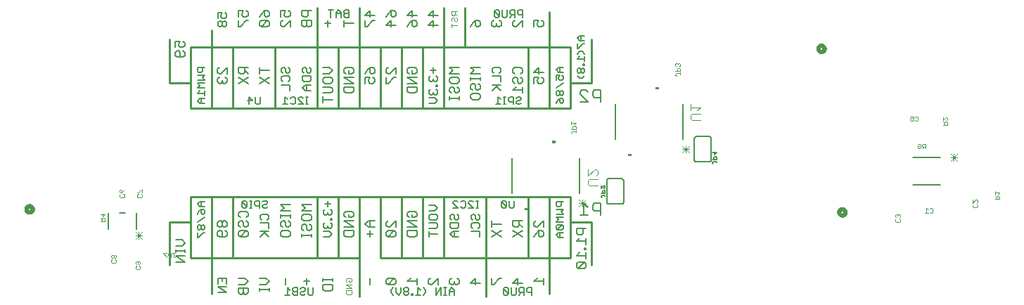
<source format=gbr>
G04 EAGLE Gerber RS-274X export*
G75*
%MOMM*%
%FSLAX34Y34*%
%LPD*%
%INSilkscreen Bottom*%
%IPPOS*%
%AMOC8*
5,1,8,0,0,1.08239X$1,22.5*%
G01*
%ADD10C,0.254000*%
%ADD11C,0.127000*%
%ADD12C,0.101600*%
%ADD13C,0.152400*%
%ADD14C,0.203200*%
%ADD15C,0.508000*%
%ADD16C,0.076200*%
%ADD17C,0.050800*%

G36*
X774927Y254891D02*
X774927Y254891D01*
X774929Y254890D01*
X774972Y254910D01*
X775016Y254928D01*
X775016Y254930D01*
X775018Y254931D01*
X775051Y255016D01*
X775051Y257556D01*
X775050Y257558D01*
X775051Y257560D01*
X775031Y257603D01*
X775013Y257647D01*
X775011Y257647D01*
X775010Y257649D01*
X774925Y257682D01*
X771115Y257682D01*
X771113Y257681D01*
X771111Y257682D01*
X771068Y257662D01*
X771024Y257644D01*
X771024Y257642D01*
X771022Y257641D01*
X770989Y257556D01*
X770989Y255016D01*
X770990Y255014D01*
X770989Y255012D01*
X771009Y254969D01*
X771027Y254925D01*
X771029Y254925D01*
X771030Y254923D01*
X771115Y254890D01*
X774925Y254890D01*
X774927Y254891D01*
G37*
G36*
X650467Y190121D02*
X650467Y190121D01*
X650469Y190120D01*
X650512Y190140D01*
X650556Y190158D01*
X650556Y190160D01*
X650558Y190161D01*
X650591Y190246D01*
X650591Y192786D01*
X650590Y192788D01*
X650591Y192790D01*
X650571Y192833D01*
X650553Y192877D01*
X650551Y192877D01*
X650550Y192879D01*
X650465Y192912D01*
X646655Y192912D01*
X646653Y192911D01*
X646651Y192912D01*
X646608Y192892D01*
X646564Y192874D01*
X646564Y192872D01*
X646562Y192871D01*
X646529Y192786D01*
X646529Y190246D01*
X646530Y190244D01*
X646529Y190242D01*
X646549Y190199D01*
X646567Y190155D01*
X646569Y190155D01*
X646570Y190153D01*
X646655Y190120D01*
X650465Y190120D01*
X650467Y190121D01*
G37*
G36*
X742427Y174119D02*
X742427Y174119D01*
X742429Y174118D01*
X742472Y174138D01*
X742516Y174156D01*
X742516Y174158D01*
X742518Y174159D01*
X742551Y174244D01*
X742551Y176784D01*
X742550Y176786D01*
X742551Y176788D01*
X742531Y176831D01*
X742513Y176875D01*
X742511Y176875D01*
X742510Y176877D01*
X742425Y176910D01*
X738615Y176910D01*
X738613Y176909D01*
X738611Y176910D01*
X738568Y176890D01*
X738524Y176872D01*
X738524Y176870D01*
X738522Y176869D01*
X738489Y176784D01*
X738489Y174244D01*
X738490Y174242D01*
X738489Y174240D01*
X738509Y174197D01*
X738527Y174153D01*
X738529Y174153D01*
X738530Y174151D01*
X738615Y174118D01*
X742425Y174118D01*
X742427Y174119D01*
G37*
G36*
X617967Y109349D02*
X617967Y109349D01*
X617969Y109348D01*
X618012Y109368D01*
X618056Y109386D01*
X618056Y109388D01*
X618058Y109389D01*
X618091Y109474D01*
X618091Y112014D01*
X618090Y112016D01*
X618091Y112018D01*
X618071Y112061D01*
X618053Y112105D01*
X618051Y112105D01*
X618050Y112107D01*
X617965Y112140D01*
X614155Y112140D01*
X614153Y112139D01*
X614151Y112140D01*
X614108Y112120D01*
X614064Y112102D01*
X614064Y112100D01*
X614062Y112099D01*
X614029Y112014D01*
X614029Y109474D01*
X614030Y109472D01*
X614029Y109470D01*
X614049Y109427D01*
X614067Y109383D01*
X614069Y109383D01*
X614070Y109381D01*
X614155Y109348D01*
X617965Y109348D01*
X617967Y109349D01*
G37*
D10*
X414782Y51816D02*
X389382Y51816D01*
X363982Y51816D01*
X262382Y51816D01*
X236982Y51816D01*
X440182Y51816D02*
X440182Y125476D01*
X440182Y51816D02*
X465582Y51816D01*
X490982Y51816D01*
X516382Y51816D01*
X567182Y51816D01*
X617982Y51816D01*
X643382Y51816D01*
X414782Y305816D02*
X389382Y305816D01*
X363982Y305816D01*
X313182Y305816D01*
X262382Y305816D01*
X414782Y305816D02*
X440182Y305816D01*
X465582Y305816D01*
X490982Y305816D01*
X516382Y305816D01*
X541782Y305816D01*
X617982Y305816D01*
X643382Y305816D01*
X236982Y51816D02*
X236982Y8890D01*
X414782Y5080D02*
X414782Y51816D01*
X567182Y51816D02*
X567182Y5080D01*
X643382Y8890D02*
X643382Y51816D01*
X617982Y51816D02*
X617982Y125476D01*
X567182Y125476D02*
X567182Y51816D01*
X516382Y51816D02*
X516382Y125476D01*
X414782Y125476D02*
X414782Y51816D01*
X262382Y51816D02*
X262382Y125476D01*
X262382Y232156D02*
X262382Y305816D01*
X313182Y305816D02*
X313182Y232156D01*
X363982Y232156D02*
X363982Y305816D01*
X414782Y305816D02*
X414782Y232156D01*
X363982Y305816D02*
X363982Y352806D01*
X414782Y352806D02*
X414782Y305816D01*
X643382Y305816D02*
X643382Y347726D01*
X541782Y352806D02*
X541782Y305816D01*
X516382Y305816D02*
X516382Y232156D01*
X617982Y232156D02*
X617982Y305816D01*
X465582Y125476D02*
X465582Y51816D01*
X465582Y232156D02*
X465582Y305816D01*
D11*
X528710Y12917D02*
X528710Y6985D01*
X528710Y12917D02*
X525744Y15883D01*
X522778Y12917D01*
X522778Y6985D01*
X522778Y11434D02*
X528710Y11434D01*
X519354Y6985D02*
X516389Y6985D01*
X517871Y6985D02*
X517871Y15883D01*
X516389Y15883D02*
X519354Y15883D01*
X513118Y15883D02*
X513118Y6985D01*
X507186Y6985D02*
X513118Y15883D01*
X507186Y15883D02*
X507186Y6985D01*
X494407Y9951D02*
X491441Y6985D01*
X494407Y9951D02*
X494407Y12917D01*
X491441Y15883D01*
X488170Y12917D02*
X485205Y15883D01*
X485205Y6985D01*
X488170Y6985D02*
X482239Y6985D01*
X478815Y6985D02*
X478815Y8468D01*
X477332Y8468D01*
X477332Y6985D01*
X478815Y6985D01*
X474138Y14400D02*
X472655Y15883D01*
X469689Y15883D01*
X468206Y14400D01*
X468206Y12917D01*
X469689Y11434D01*
X468206Y9951D01*
X468206Y8468D01*
X469689Y6985D01*
X472655Y6985D01*
X474138Y8468D01*
X474138Y9951D01*
X472655Y11434D01*
X474138Y12917D01*
X474138Y14400D01*
X472655Y11434D02*
X469689Y11434D01*
X464782Y9951D02*
X464782Y15883D01*
X464782Y9951D02*
X461817Y6985D01*
X458851Y9951D01*
X458851Y15883D01*
X452461Y9951D02*
X455427Y6985D01*
X452461Y9951D02*
X452461Y12917D01*
X455427Y15883D01*
D12*
X525393Y348969D02*
X532511Y348969D01*
X525393Y348969D02*
X525393Y345410D01*
X526579Y344224D01*
X528952Y344224D01*
X530138Y345410D01*
X530138Y348969D01*
X530138Y346597D02*
X532511Y344224D01*
X525393Y337926D02*
X526579Y336740D01*
X525393Y337926D02*
X525393Y340299D01*
X526579Y341485D01*
X527766Y341485D01*
X528952Y340299D01*
X528952Y337926D01*
X530138Y336740D01*
X531325Y336740D01*
X532511Y337926D01*
X532511Y340299D01*
X531325Y341485D01*
X532511Y331628D02*
X525393Y331628D01*
X525393Y329256D02*
X525393Y334001D01*
D13*
X432943Y96286D02*
X425486Y96286D01*
X421757Y92557D01*
X425486Y88829D01*
X432943Y88829D01*
X427350Y88829D02*
X427350Y96286D01*
X427350Y84592D02*
X427350Y77135D01*
X423622Y80864D02*
X431079Y80864D01*
X458343Y88829D02*
X458343Y96286D01*
X450886Y88829D01*
X449022Y88829D01*
X447157Y90693D01*
X447157Y94422D01*
X449022Y96286D01*
X449022Y84592D02*
X456479Y84592D01*
X449022Y84592D02*
X447157Y82728D01*
X447157Y78999D01*
X449022Y77135D01*
X456479Y77135D01*
X458343Y78999D01*
X458343Y82728D01*
X456479Y84592D01*
X449022Y77135D01*
X472557Y102387D02*
X474422Y100523D01*
X472557Y102387D02*
X472557Y106116D01*
X474422Y107980D01*
X481879Y107980D01*
X483743Y106116D01*
X483743Y102387D01*
X481879Y100523D01*
X478150Y100523D01*
X478150Y104251D01*
X483743Y96286D02*
X472557Y96286D01*
X483743Y88829D01*
X472557Y88829D01*
X472557Y84592D02*
X483743Y84592D01*
X483743Y78999D01*
X481879Y77135D01*
X474422Y77135D01*
X472557Y78999D01*
X472557Y84592D01*
D11*
X498466Y115123D02*
X505245Y115123D01*
X508635Y111734D01*
X505245Y108344D01*
X498466Y108344D01*
X498466Y102904D02*
X498466Y99514D01*
X498466Y102904D02*
X500161Y104599D01*
X506940Y104599D01*
X508635Y102904D01*
X508635Y99514D01*
X506940Y97820D01*
X500161Y97820D01*
X498466Y99514D01*
X498466Y94074D02*
X506940Y94074D01*
X508635Y92379D01*
X508635Y88990D01*
X506940Y87295D01*
X498466Y87295D01*
X498466Y80160D02*
X508635Y80160D01*
X498466Y83550D02*
X498466Y76770D01*
X523866Y99514D02*
X525561Y97820D01*
X523866Y99514D02*
X523866Y102904D01*
X525561Y104599D01*
X527256Y104599D01*
X528951Y102904D01*
X528951Y99514D01*
X530645Y97820D01*
X532340Y97820D01*
X534035Y99514D01*
X534035Y102904D01*
X532340Y104599D01*
X534035Y94074D02*
X523866Y94074D01*
X534035Y94074D02*
X534035Y88990D01*
X532340Y87295D01*
X525561Y87295D01*
X523866Y88990D01*
X523866Y94074D01*
X527256Y83550D02*
X534035Y83550D01*
X527256Y83550D02*
X523866Y80160D01*
X527256Y76770D01*
X534035Y76770D01*
X528951Y76770D02*
X528951Y83550D01*
X549266Y99514D02*
X550961Y97820D01*
X549266Y99514D02*
X549266Y102904D01*
X550961Y104599D01*
X552656Y104599D01*
X554351Y102904D01*
X554351Y99514D01*
X556045Y97820D01*
X557740Y97820D01*
X559435Y99514D01*
X559435Y102904D01*
X557740Y104599D01*
X549266Y88990D02*
X550961Y87295D01*
X549266Y88990D02*
X549266Y92379D01*
X550961Y94074D01*
X557740Y94074D01*
X559435Y92379D01*
X559435Y88990D01*
X557740Y87295D01*
X559435Y83550D02*
X549266Y83550D01*
X559435Y83550D02*
X559435Y76770D01*
D13*
X574157Y92557D02*
X585343Y92557D01*
X574157Y88829D02*
X574157Y96286D01*
X574157Y84592D02*
X585343Y77135D01*
X585343Y84592D02*
X574157Y77135D01*
X599557Y96286D02*
X610743Y96286D01*
X599557Y96286D02*
X599557Y90693D01*
X601422Y88829D01*
X605150Y88829D01*
X607015Y90693D01*
X607015Y96286D01*
X607015Y92557D02*
X610743Y88829D01*
X610743Y77135D02*
X599557Y84592D01*
X599557Y77135D02*
X610743Y84592D01*
X636143Y88829D02*
X636143Y96286D01*
X628686Y88829D01*
X626822Y88829D01*
X624957Y90693D01*
X624957Y94422D01*
X626822Y96286D01*
X626822Y80864D02*
X624957Y77135D01*
X626822Y80864D02*
X630550Y84592D01*
X634279Y84592D01*
X636143Y82728D01*
X636143Y78999D01*
X634279Y77135D01*
X632415Y77135D01*
X630550Y78999D01*
X630550Y84592D01*
X398222Y100523D02*
X396357Y102387D01*
X396357Y106116D01*
X398222Y107980D01*
X405679Y107980D01*
X407543Y106116D01*
X407543Y102387D01*
X405679Y100523D01*
X401950Y100523D01*
X401950Y104251D01*
X407543Y96286D02*
X396357Y96286D01*
X407543Y88829D01*
X396357Y88829D01*
X396357Y84592D02*
X407543Y84592D01*
X407543Y78999D01*
X405679Y77135D01*
X398222Y77135D01*
X396357Y78999D01*
X396357Y84592D01*
D11*
X376551Y113607D02*
X376551Y120386D01*
X379940Y116996D02*
X373161Y116996D01*
X373161Y109861D02*
X371466Y108166D01*
X371466Y104777D01*
X373161Y103082D01*
X374856Y103082D01*
X376551Y104777D01*
X376551Y106472D01*
X376551Y104777D02*
X378245Y103082D01*
X379940Y103082D01*
X381635Y104777D01*
X381635Y108166D01*
X379940Y109861D01*
X379940Y99336D02*
X381635Y99336D01*
X379940Y99336D02*
X379940Y97642D01*
X381635Y97642D01*
X381635Y99336D01*
X373161Y94074D02*
X371466Y92379D01*
X371466Y88990D01*
X373161Y87295D01*
X374856Y87295D01*
X376551Y88990D01*
X376551Y90685D01*
X376551Y88990D02*
X378245Y87295D01*
X379940Y87295D01*
X381635Y88990D01*
X381635Y92379D01*
X379940Y94074D01*
X378245Y83550D02*
X371466Y83550D01*
X378245Y83550D02*
X381635Y80160D01*
X378245Y76770D01*
X371466Y76770D01*
D13*
X356743Y115776D02*
X345557Y115776D01*
X349286Y112047D01*
X345557Y108319D01*
X356743Y108319D01*
X345557Y102218D02*
X345557Y98489D01*
X345557Y102218D02*
X347422Y104082D01*
X354879Y104082D01*
X356743Y102218D01*
X356743Y98489D01*
X354879Y96625D01*
X347422Y96625D01*
X345557Y98489D01*
X345557Y86795D02*
X347422Y84931D01*
X345557Y86795D02*
X345557Y90524D01*
X347422Y92388D01*
X349286Y92388D01*
X351150Y90524D01*
X351150Y86795D01*
X353015Y84931D01*
X354879Y84931D01*
X356743Y86795D01*
X356743Y90524D01*
X354879Y92388D01*
X356743Y80694D02*
X356743Y76966D01*
X356743Y78830D02*
X345557Y78830D01*
X345557Y80694D02*
X345557Y76966D01*
X331343Y115776D02*
X320157Y115776D01*
X323886Y112047D01*
X320157Y108319D01*
X331343Y108319D01*
X331343Y104082D02*
X331343Y100354D01*
X331343Y102218D02*
X320157Y102218D01*
X320157Y104082D02*
X320157Y100354D01*
X320157Y90693D02*
X322022Y88829D01*
X320157Y90693D02*
X320157Y94422D01*
X322022Y96286D01*
X323886Y96286D01*
X325750Y94422D01*
X325750Y90693D01*
X327615Y88829D01*
X329479Y88829D01*
X331343Y90693D01*
X331343Y94422D01*
X329479Y96286D01*
X320157Y82728D02*
X320157Y78999D01*
X320157Y82728D02*
X322022Y84592D01*
X329479Y84592D01*
X331343Y82728D01*
X331343Y78999D01*
X329479Y77135D01*
X322022Y77135D01*
X320157Y78999D01*
D11*
X296961Y97820D02*
X295266Y99514D01*
X295266Y102904D01*
X296961Y104599D01*
X303740Y104599D01*
X305435Y102904D01*
X305435Y99514D01*
X303740Y97820D01*
X305435Y94074D02*
X295266Y94074D01*
X305435Y94074D02*
X305435Y87295D01*
X305435Y83550D02*
X295266Y83550D01*
X302045Y83550D02*
X295266Y76770D01*
X300351Y81855D02*
X305435Y76770D01*
D13*
X271222Y100523D02*
X269357Y102387D01*
X269357Y106116D01*
X271222Y107980D01*
X278679Y107980D01*
X280543Y106116D01*
X280543Y102387D01*
X278679Y100523D01*
X269357Y90693D02*
X271222Y88829D01*
X269357Y90693D02*
X269357Y94422D01*
X271222Y96286D01*
X273086Y96286D01*
X274950Y94422D01*
X274950Y90693D01*
X276815Y88829D01*
X278679Y88829D01*
X280543Y90693D01*
X280543Y94422D01*
X278679Y96286D01*
X278679Y84592D02*
X271222Y84592D01*
X269357Y82728D01*
X269357Y78999D01*
X271222Y77135D01*
X278679Y77135D01*
X280543Y78999D01*
X280543Y82728D01*
X278679Y84592D01*
X271222Y77135D01*
X245822Y96286D02*
X243957Y94422D01*
X243957Y90693D01*
X245822Y88829D01*
X247686Y88829D01*
X249550Y90693D01*
X251415Y88829D01*
X253279Y88829D01*
X255143Y90693D01*
X255143Y94422D01*
X253279Y96286D01*
X251415Y96286D01*
X249550Y94422D01*
X247686Y96286D01*
X245822Y96286D01*
X249550Y94422D02*
X249550Y90693D01*
X253279Y84592D02*
X255143Y82728D01*
X255143Y78999D01*
X253279Y77135D01*
X245822Y77135D01*
X243957Y78999D01*
X243957Y82728D01*
X245822Y84592D01*
X247686Y84592D01*
X249550Y82728D01*
X249550Y77135D01*
D11*
X228600Y119801D02*
X222668Y119801D01*
X219702Y116835D01*
X222668Y113869D01*
X228600Y113869D01*
X224151Y113869D02*
X224151Y119801D01*
X221185Y107480D02*
X219702Y104514D01*
X221185Y107480D02*
X224151Y110446D01*
X227117Y110446D01*
X228600Y108963D01*
X228600Y105997D01*
X227117Y104514D01*
X225634Y104514D01*
X224151Y105997D01*
X224151Y110446D01*
X228600Y101091D02*
X219702Y95159D01*
X221185Y91735D02*
X219702Y90253D01*
X219702Y87287D01*
X221185Y85804D01*
X222668Y85804D01*
X224151Y87287D01*
X225634Y85804D01*
X227117Y85804D01*
X228600Y87287D01*
X228600Y90253D01*
X227117Y91735D01*
X225634Y91735D01*
X224151Y90253D01*
X222668Y91735D01*
X221185Y91735D01*
X224151Y90253D02*
X224151Y87287D01*
X219702Y82380D02*
X219702Y76449D01*
X221185Y76449D01*
X227117Y82380D01*
X228600Y82380D01*
D13*
X497957Y344058D02*
X509143Y344058D01*
X503550Y349651D02*
X497957Y344058D01*
X503550Y342194D02*
X503550Y349651D01*
X509143Y332364D02*
X497957Y332364D01*
X503550Y337957D01*
X503550Y330500D01*
X483743Y344058D02*
X472557Y344058D01*
X478150Y349651D01*
X478150Y342194D01*
X474422Y334229D02*
X472557Y330500D01*
X474422Y334229D02*
X478150Y337957D01*
X481879Y337957D01*
X483743Y336093D01*
X483743Y332364D01*
X481879Y330500D01*
X480015Y330500D01*
X478150Y332364D01*
X478150Y337957D01*
X449022Y345922D02*
X447157Y342194D01*
X449022Y345922D02*
X452750Y349651D01*
X456479Y349651D01*
X458343Y347787D01*
X458343Y344058D01*
X456479Y342194D01*
X454615Y342194D01*
X452750Y344058D01*
X452750Y349651D01*
X458343Y332364D02*
X447157Y332364D01*
X452750Y337957D01*
X452750Y330500D01*
X432943Y344058D02*
X421757Y344058D01*
X427350Y349651D01*
X427350Y342194D01*
X421757Y337957D02*
X421757Y330500D01*
X423622Y330500D01*
X431079Y337957D01*
X432943Y337957D01*
X407543Y334228D02*
X396357Y334228D01*
X396357Y330500D02*
X396357Y337957D01*
X376550Y337957D02*
X376550Y330500D01*
X372822Y334228D02*
X380279Y334228D01*
X356743Y349651D02*
X345557Y349651D01*
X345557Y344058D01*
X347422Y342194D01*
X351150Y342194D01*
X353015Y344058D01*
X353015Y349651D01*
X356743Y337957D02*
X345557Y337957D01*
X345557Y332364D01*
X347422Y330500D01*
X349286Y330500D01*
X351150Y332364D01*
X353015Y330500D01*
X354879Y330500D01*
X356743Y332364D01*
X356743Y337957D01*
X351150Y337957D02*
X351150Y332364D01*
X320157Y342194D02*
X320157Y349651D01*
X325750Y349651D01*
X323886Y345922D01*
X323886Y344058D01*
X325750Y342194D01*
X329479Y342194D01*
X331343Y344058D01*
X331343Y347787D01*
X329479Y349651D01*
X331343Y337957D02*
X331343Y330500D01*
X331343Y337957D02*
X323886Y330500D01*
X322022Y330500D01*
X320157Y332364D01*
X320157Y336093D01*
X322022Y337957D01*
X296622Y345922D02*
X294757Y342194D01*
X296622Y345922D02*
X300350Y349651D01*
X304079Y349651D01*
X305943Y347787D01*
X305943Y344058D01*
X304079Y342194D01*
X302215Y342194D01*
X300350Y344058D01*
X300350Y349651D01*
X296622Y337957D02*
X304079Y337957D01*
X296622Y337957D02*
X294757Y336093D01*
X294757Y332364D01*
X296622Y330500D01*
X304079Y330500D01*
X305943Y332364D01*
X305943Y336093D01*
X304079Y337957D01*
X296622Y330500D01*
X269357Y342194D02*
X269357Y349651D01*
X274950Y349651D01*
X273086Y345922D01*
X273086Y344058D01*
X274950Y342194D01*
X278679Y342194D01*
X280543Y344058D01*
X280543Y347787D01*
X278679Y349651D01*
X269357Y337957D02*
X269357Y330500D01*
X271222Y330500D01*
X278679Y337957D01*
X280543Y337957D01*
D11*
X244466Y340660D02*
X244466Y347439D01*
X249551Y347439D01*
X247856Y344050D01*
X247856Y342355D01*
X249551Y340660D01*
X252940Y340660D01*
X254635Y342355D01*
X254635Y345744D01*
X252940Y347439D01*
X246161Y336915D02*
X244466Y335220D01*
X244466Y331830D01*
X246161Y330135D01*
X247856Y330135D01*
X249551Y331830D01*
X251245Y330135D01*
X252940Y330135D01*
X254635Y331830D01*
X254635Y335220D01*
X252940Y336915D01*
X251245Y336915D01*
X249551Y335220D01*
X247856Y336915D01*
X246161Y336915D01*
X249551Y335220D02*
X249551Y331830D01*
D13*
X193157Y312928D02*
X193157Y305471D01*
X193157Y312928D02*
X198750Y312928D01*
X196886Y309200D01*
X196886Y307335D01*
X198750Y305471D01*
X202479Y305471D01*
X204343Y307335D01*
X204343Y311064D01*
X202479Y312928D01*
X202479Y301234D02*
X204343Y299370D01*
X204343Y295641D01*
X202479Y293777D01*
X195022Y293777D01*
X193157Y295641D01*
X193157Y299370D01*
X195022Y301234D01*
X196886Y301234D01*
X198750Y299370D01*
X198750Y293777D01*
X548757Y330500D02*
X550622Y334228D01*
X554350Y337957D01*
X558079Y337957D01*
X559943Y336093D01*
X559943Y332364D01*
X558079Y330500D01*
X556215Y330500D01*
X554350Y332364D01*
X554350Y337957D01*
X574157Y336093D02*
X576022Y337957D01*
X574157Y336093D02*
X574157Y332364D01*
X576022Y330500D01*
X577886Y330500D01*
X579750Y332364D01*
X579750Y334228D01*
X579750Y332364D02*
X581615Y330500D01*
X583479Y330500D01*
X585343Y332364D01*
X585343Y336093D01*
X583479Y337957D01*
X610743Y337957D02*
X610743Y330500D01*
X610743Y337957D02*
X603286Y330500D01*
X601422Y330500D01*
X599557Y332364D01*
X599557Y336093D01*
X601422Y337957D01*
X624957Y337957D02*
X624957Y330500D01*
X624957Y337957D02*
X630550Y337957D01*
X628686Y334228D01*
X628686Y332364D01*
X630550Y330500D01*
X634279Y330500D01*
X636143Y332364D01*
X636143Y336093D01*
X634279Y337957D01*
D11*
X679868Y319405D02*
X685800Y319405D01*
X679868Y319405D02*
X676902Y316439D01*
X679868Y313473D01*
X685800Y313473D01*
X681351Y313473D02*
X681351Y319405D01*
X676902Y310050D02*
X676902Y304118D01*
X678385Y304118D01*
X684317Y310050D01*
X685800Y310050D01*
X682834Y300695D02*
X685800Y297729D01*
X682834Y300695D02*
X679868Y300695D01*
X676902Y297729D01*
X679868Y294458D02*
X676902Y291492D01*
X685800Y291492D01*
X685800Y294458D02*
X685800Y288526D01*
X685800Y285103D02*
X684317Y285103D01*
X684317Y283620D01*
X685800Y283620D01*
X685800Y285103D01*
X678385Y280425D02*
X676902Y278942D01*
X676902Y275976D01*
X678385Y274493D01*
X679868Y274493D01*
X681351Y275976D01*
X682834Y274493D01*
X684317Y274493D01*
X685800Y275976D01*
X685800Y278942D01*
X684317Y280425D01*
X682834Y280425D01*
X681351Y278942D01*
X679868Y280425D01*
X678385Y280425D01*
X681351Y278942D02*
X681351Y275976D01*
X685800Y271070D02*
X682834Y268104D01*
X679868Y268104D01*
X676902Y271070D01*
D10*
X668782Y305816D02*
X643382Y305816D01*
D11*
X228600Y281305D02*
X219702Y281305D01*
X219702Y276856D01*
X221185Y275373D01*
X224151Y275373D01*
X225634Y276856D01*
X225634Y281305D01*
X228600Y271950D02*
X219702Y271950D01*
X225634Y268984D02*
X228600Y271950D01*
X225634Y268984D02*
X228600Y266018D01*
X219702Y266018D01*
X219702Y262595D02*
X228600Y262595D01*
X222668Y259629D02*
X219702Y262595D01*
X222668Y259629D02*
X219702Y256663D01*
X228600Y256663D01*
X222668Y253239D02*
X219702Y250274D01*
X228600Y250274D01*
X228600Y253239D02*
X228600Y247308D01*
X228600Y243884D02*
X222668Y243884D01*
X219702Y240918D01*
X222668Y237953D01*
X228600Y237953D01*
X224151Y237953D02*
X224151Y243884D01*
D13*
X255143Y273721D02*
X255143Y281178D01*
X247686Y273721D01*
X245822Y273721D01*
X243957Y275585D01*
X243957Y279314D01*
X245822Y281178D01*
X245822Y269484D02*
X243957Y267620D01*
X243957Y263891D01*
X245822Y262027D01*
X247686Y262027D01*
X249550Y263891D01*
X249550Y265756D01*
X249550Y263891D02*
X251415Y262027D01*
X253279Y262027D01*
X255143Y263891D01*
X255143Y267620D01*
X253279Y269484D01*
X269357Y281178D02*
X280543Y281178D01*
X269357Y281178D02*
X269357Y275585D01*
X271222Y273721D01*
X274950Y273721D01*
X276815Y275585D01*
X276815Y281178D01*
X276815Y277450D02*
X280543Y273721D01*
X280543Y262027D02*
X269357Y269484D01*
X269357Y262027D02*
X280543Y269484D01*
X294757Y277450D02*
X305943Y277450D01*
X294757Y281178D02*
X294757Y273721D01*
X294757Y269484D02*
X305943Y262027D01*
X305943Y269484D02*
X294757Y262027D01*
D11*
X320666Y276221D02*
X322361Y274526D01*
X320666Y276221D02*
X320666Y279610D01*
X322361Y281305D01*
X324056Y281305D01*
X325751Y279610D01*
X325751Y276221D01*
X327445Y274526D01*
X329140Y274526D01*
X330835Y276221D01*
X330835Y279610D01*
X329140Y281305D01*
X320666Y265696D02*
X322361Y264001D01*
X320666Y265696D02*
X320666Y269086D01*
X322361Y270780D01*
X329140Y270780D01*
X330835Y269086D01*
X330835Y265696D01*
X329140Y264001D01*
X330835Y260256D02*
X320666Y260256D01*
X330835Y260256D02*
X330835Y253477D01*
X347761Y274526D02*
X346066Y276221D01*
X346066Y279610D01*
X347761Y281305D01*
X349456Y281305D01*
X351151Y279610D01*
X351151Y276221D01*
X352845Y274526D01*
X354540Y274526D01*
X356235Y276221D01*
X356235Y279610D01*
X354540Y281305D01*
X356235Y270780D02*
X346066Y270780D01*
X356235Y270780D02*
X356235Y265696D01*
X354540Y264001D01*
X347761Y264001D01*
X346066Y265696D01*
X346066Y270780D01*
X349456Y260256D02*
X356235Y260256D01*
X349456Y260256D02*
X346066Y256866D01*
X349456Y253477D01*
X356235Y253477D01*
X351151Y253477D02*
X351151Y260256D01*
D13*
X370957Y281178D02*
X378415Y281178D01*
X382143Y277450D01*
X378415Y273721D01*
X370957Y273721D01*
X370957Y267620D02*
X370957Y263891D01*
X370957Y267620D02*
X372822Y269484D01*
X380279Y269484D01*
X382143Y267620D01*
X382143Y263891D01*
X380279Y262027D01*
X372822Y262027D01*
X370957Y263891D01*
X370957Y257790D02*
X380279Y257790D01*
X382143Y255926D01*
X382143Y252197D01*
X380279Y250333D01*
X370957Y250333D01*
X370957Y242368D02*
X382143Y242368D01*
X370957Y246096D02*
X370957Y238639D01*
X398222Y273721D02*
X396357Y275585D01*
X396357Y279314D01*
X398222Y281178D01*
X405679Y281178D01*
X407543Y279314D01*
X407543Y275585D01*
X405679Y273721D01*
X401950Y273721D01*
X401950Y277450D01*
X407543Y269484D02*
X396357Y269484D01*
X407543Y262027D01*
X396357Y262027D01*
X396357Y257790D02*
X407543Y257790D01*
X407543Y252197D01*
X405679Y250333D01*
X398222Y250333D01*
X396357Y252197D01*
X396357Y257790D01*
X421757Y273721D02*
X423622Y277450D01*
X427350Y281178D01*
X431079Y281178D01*
X432943Y279314D01*
X432943Y275585D01*
X431079Y273721D01*
X429215Y273721D01*
X427350Y275585D01*
X427350Y281178D01*
X421757Y269484D02*
X421757Y262027D01*
X421757Y269484D02*
X427350Y269484D01*
X425486Y265756D01*
X425486Y263891D01*
X427350Y262027D01*
X431079Y262027D01*
X432943Y263891D01*
X432943Y267620D01*
X431079Y269484D01*
X458343Y273721D02*
X458343Y281178D01*
X450886Y273721D01*
X449022Y273721D01*
X447157Y275585D01*
X447157Y279314D01*
X449022Y281178D01*
X447157Y269484D02*
X447157Y262027D01*
X449022Y262027D01*
X456479Y269484D01*
X458343Y269484D01*
X472557Y275585D02*
X474422Y273721D01*
X472557Y275585D02*
X472557Y279314D01*
X474422Y281178D01*
X481879Y281178D01*
X483743Y279314D01*
X483743Y275585D01*
X481879Y273721D01*
X478150Y273721D01*
X478150Y277450D01*
X483743Y269484D02*
X472557Y269484D01*
X483743Y262027D01*
X472557Y262027D01*
X472557Y257790D02*
X483743Y257790D01*
X483743Y252197D01*
X481879Y250333D01*
X474422Y250333D01*
X472557Y252197D01*
X472557Y257790D01*
D11*
X503551Y274526D02*
X503551Y281305D01*
X506940Y277915D02*
X500161Y277915D01*
X500161Y270780D02*
X498466Y269086D01*
X498466Y265696D01*
X500161Y264001D01*
X501856Y264001D01*
X503551Y265696D01*
X503551Y267391D01*
X503551Y265696D02*
X505245Y264001D01*
X506940Y264001D01*
X508635Y265696D01*
X508635Y269086D01*
X506940Y270780D01*
X506940Y260256D02*
X508635Y260256D01*
X506940Y260256D02*
X506940Y258561D01*
X508635Y258561D01*
X508635Y260256D01*
X500161Y254994D02*
X498466Y253299D01*
X498466Y249909D01*
X500161Y248214D01*
X501856Y248214D01*
X503551Y249909D01*
X503551Y251604D01*
X503551Y249909D02*
X505245Y248214D01*
X506940Y248214D01*
X508635Y249909D01*
X508635Y253299D01*
X506940Y254994D01*
X505245Y244469D02*
X498466Y244469D01*
X505245Y244469D02*
X508635Y241079D01*
X505245Y237690D01*
X498466Y237690D01*
D13*
X523357Y281178D02*
X534543Y281178D01*
X527086Y277450D02*
X523357Y281178D01*
X527086Y277450D02*
X523357Y273721D01*
X534543Y273721D01*
X523357Y267620D02*
X523357Y263891D01*
X523357Y267620D02*
X525222Y269484D01*
X532679Y269484D01*
X534543Y267620D01*
X534543Y263891D01*
X532679Y262027D01*
X525222Y262027D01*
X523357Y263891D01*
X523357Y252197D02*
X525222Y250333D01*
X523357Y252197D02*
X523357Y255926D01*
X525222Y257790D01*
X527086Y257790D01*
X528950Y255926D01*
X528950Y252197D01*
X530815Y250333D01*
X532679Y250333D01*
X534543Y252197D01*
X534543Y255926D01*
X532679Y257790D01*
X534543Y246096D02*
X534543Y242368D01*
X534543Y244232D02*
X523357Y244232D01*
X523357Y246096D02*
X523357Y242368D01*
X548757Y281178D02*
X559943Y281178D01*
X552486Y277450D02*
X548757Y281178D01*
X552486Y277450D02*
X548757Y273721D01*
X559943Y273721D01*
X559943Y269484D02*
X559943Y265756D01*
X559943Y267620D02*
X548757Y267620D01*
X548757Y269484D02*
X548757Y265756D01*
X548757Y256095D02*
X550622Y254231D01*
X548757Y256095D02*
X548757Y259824D01*
X550622Y261688D01*
X552486Y261688D01*
X554350Y259824D01*
X554350Y256095D01*
X556215Y254231D01*
X558079Y254231D01*
X559943Y256095D01*
X559943Y259824D01*
X558079Y261688D01*
X548757Y248130D02*
X548757Y244401D01*
X548757Y248130D02*
X550622Y249994D01*
X558079Y249994D01*
X559943Y248130D01*
X559943Y244401D01*
X558079Y242537D01*
X550622Y242537D01*
X548757Y244401D01*
D11*
X576361Y274526D02*
X574666Y276221D01*
X574666Y279610D01*
X576361Y281305D01*
X583140Y281305D01*
X584835Y279610D01*
X584835Y276221D01*
X583140Y274526D01*
X584835Y270780D02*
X574666Y270780D01*
X584835Y270780D02*
X584835Y264001D01*
X584835Y260256D02*
X574666Y260256D01*
X581445Y260256D02*
X574666Y253477D01*
X579751Y258561D02*
X584835Y253477D01*
D13*
X601422Y273721D02*
X599557Y275585D01*
X599557Y279314D01*
X601422Y281178D01*
X608879Y281178D01*
X610743Y279314D01*
X610743Y275585D01*
X608879Y273721D01*
X599557Y263891D02*
X601422Y262027D01*
X599557Y263891D02*
X599557Y267620D01*
X601422Y269484D01*
X603286Y269484D01*
X605150Y267620D01*
X605150Y263891D01*
X607015Y262027D01*
X608879Y262027D01*
X610743Y263891D01*
X610743Y267620D01*
X608879Y269484D01*
X603286Y257790D02*
X599557Y254062D01*
X610743Y254062D01*
X610743Y257790D02*
X610743Y250333D01*
X624957Y275585D02*
X636143Y275585D01*
X630550Y281178D02*
X624957Y275585D01*
X630550Y273721D02*
X630550Y281178D01*
X624957Y269484D02*
X624957Y262027D01*
X624957Y269484D02*
X630550Y269484D01*
X628686Y265756D01*
X628686Y263891D01*
X630550Y262027D01*
X634279Y262027D01*
X636143Y263891D01*
X636143Y267620D01*
X634279Y269484D01*
D11*
X654468Y281305D02*
X660400Y281305D01*
X654468Y281305D02*
X651502Y278339D01*
X654468Y275373D01*
X660400Y275373D01*
X655951Y275373D02*
X655951Y281305D01*
X651502Y271950D02*
X651502Y266018D01*
X651502Y271950D02*
X655951Y271950D01*
X654468Y268984D01*
X654468Y267501D01*
X655951Y266018D01*
X658917Y266018D01*
X660400Y267501D01*
X660400Y270467D01*
X658917Y271950D01*
X660400Y262595D02*
X651502Y256663D01*
X652985Y253239D02*
X651502Y251757D01*
X651502Y248791D01*
X652985Y247308D01*
X654468Y247308D01*
X655951Y248791D01*
X657434Y247308D01*
X658917Y247308D01*
X660400Y248791D01*
X660400Y251757D01*
X658917Y253239D01*
X657434Y253239D01*
X655951Y251757D01*
X654468Y253239D01*
X652985Y253239D01*
X655951Y251757D02*
X655951Y248791D01*
X652985Y240918D02*
X651502Y237953D01*
X652985Y240918D02*
X655951Y243884D01*
X658917Y243884D01*
X660400Y242401D01*
X660400Y239435D01*
X658917Y237953D01*
X657434Y237953D01*
X655951Y239435D01*
X655951Y243884D01*
X244466Y27305D02*
X244466Y20526D01*
X244466Y27305D02*
X254635Y27305D01*
X254635Y20526D01*
X249551Y23915D02*
X249551Y27305D01*
X254635Y16780D02*
X244466Y16780D01*
X254635Y10001D01*
X244466Y10001D01*
D13*
X269357Y27178D02*
X276815Y27178D01*
X280543Y23450D01*
X276815Y19721D01*
X269357Y19721D01*
X269357Y15484D02*
X280543Y15484D01*
X269357Y15484D02*
X269357Y9891D01*
X271222Y8027D01*
X273086Y8027D01*
X274950Y9891D01*
X276815Y8027D01*
X278679Y8027D01*
X280543Y9891D01*
X280543Y15484D01*
X274950Y15484D02*
X274950Y9891D01*
X294757Y27178D02*
X302215Y27178D01*
X305943Y23450D01*
X302215Y19721D01*
X294757Y19721D01*
X305943Y15484D02*
X305943Y11756D01*
X305943Y13620D02*
X294757Y13620D01*
X294757Y15484D02*
X294757Y11756D01*
X325750Y19721D02*
X325750Y27178D01*
X351150Y27178D02*
X351150Y19721D01*
X347422Y23450D02*
X354879Y23450D01*
X382143Y23450D02*
X382143Y27178D01*
X382143Y25314D02*
X370957Y25314D01*
X370957Y27178D02*
X370957Y23450D01*
X370957Y19382D02*
X382143Y19382D01*
X382143Y13789D01*
X380279Y11925D01*
X372822Y11925D01*
X370957Y13789D01*
X370957Y19382D01*
D12*
X398393Y23873D02*
X399579Y22687D01*
X398393Y23873D02*
X398393Y26246D01*
X399579Y27432D01*
X404325Y27432D01*
X405511Y26246D01*
X405511Y23873D01*
X404325Y22687D01*
X401952Y22687D01*
X401952Y25059D01*
X405511Y19948D02*
X398393Y19948D01*
X405511Y15202D01*
X398393Y15202D01*
X398393Y12464D02*
X405511Y12464D01*
X405511Y8905D01*
X404325Y7718D01*
X399579Y7718D01*
X398393Y8905D01*
X398393Y12464D01*
D13*
X427350Y19721D02*
X427350Y27178D01*
X449022Y27178D02*
X456479Y27178D01*
X449022Y27178D02*
X447157Y25314D01*
X447157Y21585D01*
X449022Y19721D01*
X456479Y19721D01*
X458343Y21585D01*
X458343Y25314D01*
X456479Y27178D01*
X449022Y19721D01*
X472557Y23450D02*
X476286Y27178D01*
X472557Y23450D02*
X483743Y23450D01*
X483743Y27178D02*
X483743Y19721D01*
X509143Y19721D02*
X509143Y27178D01*
X501686Y19721D01*
X499822Y19721D01*
X497957Y21585D01*
X497957Y25314D01*
X499822Y27178D01*
X523357Y25314D02*
X525222Y27178D01*
X523357Y25314D02*
X523357Y21585D01*
X525222Y19721D01*
X527086Y19721D01*
X528950Y21585D01*
X528950Y23450D01*
X528950Y21585D02*
X530815Y19721D01*
X532679Y19721D01*
X534543Y21585D01*
X534543Y25314D01*
X532679Y27178D01*
X548757Y21585D02*
X559943Y21585D01*
X554350Y27178D02*
X548757Y21585D01*
X554350Y19721D02*
X554350Y27178D01*
X574157Y27178D02*
X574157Y19721D01*
X576022Y19721D01*
X583479Y27178D01*
X585343Y27178D01*
X599557Y21585D02*
X610743Y21585D01*
X605150Y27178D02*
X599557Y21585D01*
X605150Y19721D02*
X605150Y27178D01*
X624957Y23450D02*
X628686Y27178D01*
X624957Y23450D02*
X636143Y23450D01*
X636143Y27178D02*
X636143Y19721D01*
X676392Y87421D02*
X687578Y87421D01*
X676392Y87421D02*
X676392Y81828D01*
X678257Y79964D01*
X681985Y79964D01*
X683850Y81828D01*
X683850Y87421D01*
X680121Y75727D02*
X676392Y71999D01*
X687578Y71999D01*
X687578Y75727D02*
X687578Y68270D01*
X687578Y64033D02*
X685714Y64033D01*
X685714Y62169D01*
X687578Y62169D01*
X687578Y64033D01*
X680121Y58186D02*
X676392Y54458D01*
X687578Y54458D01*
X687578Y58186D02*
X687578Y50729D01*
X685714Y46492D02*
X678257Y46492D01*
X676392Y44628D01*
X676392Y40899D01*
X678257Y39035D01*
X685714Y39035D01*
X687578Y40899D01*
X687578Y44628D01*
X685714Y46492D01*
X678257Y39035D01*
D11*
X660400Y119801D02*
X651502Y119801D01*
X651502Y115352D01*
X652985Y113869D01*
X655951Y113869D01*
X657434Y115352D01*
X657434Y119801D01*
X660400Y110446D02*
X651502Y110446D01*
X657434Y107480D02*
X660400Y110446D01*
X657434Y107480D02*
X660400Y104514D01*
X651502Y104514D01*
X651502Y101091D02*
X660400Y101091D01*
X654468Y98125D02*
X651502Y101091D01*
X654468Y98125D02*
X651502Y95159D01*
X660400Y95159D01*
X658917Y91735D02*
X652985Y91735D01*
X651502Y90253D01*
X651502Y87287D01*
X652985Y85804D01*
X658917Y85804D01*
X660400Y87287D01*
X660400Y90253D01*
X658917Y91735D01*
X652985Y85804D01*
X654468Y82380D02*
X660400Y82380D01*
X654468Y82380D02*
X651502Y79414D01*
X654468Y76449D01*
X660400Y76449D01*
X655951Y76449D02*
X655951Y82380D01*
D13*
X201250Y73602D02*
X193792Y73602D01*
X201250Y73602D02*
X204978Y69873D01*
X201250Y66145D01*
X193792Y66145D01*
X204978Y61908D02*
X204978Y58180D01*
X204978Y60044D02*
X193792Y60044D01*
X193792Y61908D02*
X193792Y58180D01*
X193792Y54112D02*
X204978Y54112D01*
X204978Y46655D02*
X193792Y54112D01*
X193792Y46655D02*
X204978Y46655D01*
D11*
X621960Y15883D02*
X621960Y6985D01*
X621960Y15883D02*
X617512Y15883D01*
X616029Y14400D01*
X616029Y11434D01*
X617512Y9951D01*
X621960Y9951D01*
X612605Y6985D02*
X612605Y15883D01*
X608156Y15883D01*
X606673Y14400D01*
X606673Y11434D01*
X608156Y9951D01*
X612605Y9951D01*
X609639Y9951D02*
X606673Y6985D01*
X603250Y8468D02*
X603250Y15883D01*
X603250Y8468D02*
X601767Y6985D01*
X598801Y6985D01*
X597318Y8468D01*
X597318Y15883D01*
X593895Y14400D02*
X593895Y8468D01*
X593895Y14400D02*
X592412Y15883D01*
X589446Y15883D01*
X587963Y14400D01*
X587963Y8468D01*
X589446Y6985D01*
X592412Y6985D01*
X593895Y8468D01*
X587963Y14400D01*
X611165Y341630D02*
X611165Y350528D01*
X606717Y350528D01*
X605234Y349045D01*
X605234Y346079D01*
X606717Y344596D01*
X611165Y344596D01*
X601810Y341630D02*
X601810Y350528D01*
X597361Y350528D01*
X595878Y349045D01*
X595878Y346079D01*
X597361Y344596D01*
X601810Y344596D01*
X598844Y344596D02*
X595878Y341630D01*
X592455Y343113D02*
X592455Y350528D01*
X592455Y343113D02*
X590972Y341630D01*
X588006Y341630D01*
X586523Y343113D01*
X586523Y350528D01*
X583100Y349045D02*
X583100Y343113D01*
X583100Y349045D02*
X581617Y350528D01*
X578651Y350528D01*
X577168Y349045D01*
X577168Y343113D01*
X578651Y341630D01*
X581617Y341630D01*
X583100Y343113D01*
X577168Y349045D01*
X402018Y350528D02*
X402018Y341630D01*
X402018Y350528D02*
X397569Y350528D01*
X396086Y349045D01*
X396086Y347562D01*
X397569Y346079D01*
X396086Y344596D01*
X396086Y343113D01*
X397569Y341630D01*
X402018Y341630D01*
X402018Y346079D02*
X397569Y346079D01*
X392663Y347562D02*
X392663Y341630D01*
X392663Y347562D02*
X389697Y350528D01*
X386731Y347562D01*
X386731Y341630D01*
X386731Y346079D02*
X392663Y346079D01*
X380342Y341630D02*
X380342Y350528D01*
X383307Y350528D02*
X377376Y350528D01*
D10*
X668782Y305816D02*
X668782Y262636D01*
X668782Y232156D01*
X262382Y305816D02*
X236982Y305816D01*
X211582Y305816D01*
X211582Y51816D02*
X236982Y51816D01*
X211582Y51816D02*
X211582Y94996D01*
X211582Y125476D01*
X236982Y125476D02*
X262382Y125476D01*
X236982Y125476D02*
X211582Y125476D01*
X262382Y125476D02*
X363982Y125476D01*
X363982Y51816D01*
D11*
X298239Y119175D02*
X299722Y120658D01*
X302688Y120658D01*
X304171Y119175D01*
X304171Y117692D01*
X302688Y116209D01*
X299722Y116209D01*
X298239Y114726D01*
X298239Y113243D01*
X299722Y111760D01*
X302688Y111760D01*
X304171Y113243D01*
X294816Y111760D02*
X294816Y120658D01*
X290367Y120658D01*
X288884Y119175D01*
X288884Y116209D01*
X290367Y114726D01*
X294816Y114726D01*
X285461Y111760D02*
X282495Y111760D01*
X283978Y111760D02*
X283978Y120658D01*
X285461Y120658D02*
X282495Y120658D01*
X279224Y119175D02*
X279224Y113243D01*
X279224Y119175D02*
X277741Y120658D01*
X274775Y120658D01*
X273292Y119175D01*
X273292Y113243D01*
X274775Y111760D01*
X277741Y111760D01*
X279224Y113243D01*
X273292Y119175D01*
X359070Y15883D02*
X359070Y8468D01*
X357587Y6985D01*
X354622Y6985D01*
X353139Y8468D01*
X353139Y15883D01*
X345266Y15883D02*
X343783Y14400D01*
X345266Y15883D02*
X348232Y15883D01*
X349715Y14400D01*
X349715Y12917D01*
X348232Y11434D01*
X345266Y11434D01*
X343783Y9951D01*
X343783Y8468D01*
X345266Y6985D01*
X348232Y6985D01*
X349715Y8468D01*
X340360Y6985D02*
X340360Y15883D01*
X335911Y15883D01*
X334428Y14400D01*
X334428Y12917D01*
X335911Y11434D01*
X334428Y9951D01*
X334428Y8468D01*
X335911Y6985D01*
X340360Y6985D01*
X340360Y11434D02*
X335911Y11434D01*
X331005Y12917D02*
X328039Y15883D01*
X328039Y6985D01*
X331005Y6985D02*
X325073Y6985D01*
D10*
X389382Y125476D02*
X414782Y125476D01*
X389382Y125476D02*
X363982Y125476D01*
X414782Y125476D02*
X440182Y125476D01*
X465582Y125476D01*
X490982Y125476D01*
X516382Y125476D01*
X567182Y125476D01*
X617982Y125476D01*
X643382Y125476D01*
X668782Y125476D01*
X668782Y94996D02*
X668782Y51816D01*
X668782Y94996D02*
X668782Y125476D01*
X668782Y51816D02*
X643382Y51816D01*
X643382Y125476D01*
X668782Y94996D02*
X694182Y94996D01*
X694182Y42926D01*
D11*
X558171Y111760D02*
X555205Y111760D01*
X556688Y111760D02*
X556688Y120658D01*
X558171Y120658D02*
X555205Y120658D01*
X551934Y111760D02*
X546003Y111760D01*
X551934Y111760D02*
X546003Y117692D01*
X546003Y119175D01*
X547486Y120658D01*
X550452Y120658D01*
X551934Y119175D01*
X538130Y120658D02*
X536648Y119175D01*
X538130Y120658D02*
X541096Y120658D01*
X542579Y119175D01*
X542579Y113243D01*
X541096Y111760D01*
X538130Y111760D01*
X536648Y113243D01*
X533224Y111760D02*
X527292Y111760D01*
X533224Y111760D02*
X527292Y117692D01*
X527292Y119175D01*
X528775Y120658D01*
X531741Y120658D01*
X533224Y119175D01*
D10*
X211582Y94996D02*
X186182Y94996D01*
X186182Y42926D01*
D11*
X603674Y244270D02*
X605157Y245753D01*
X608123Y245753D01*
X609606Y244270D01*
X609606Y242787D01*
X608123Y241304D01*
X605157Y241304D01*
X603674Y239821D01*
X603674Y238338D01*
X605157Y236855D01*
X608123Y236855D01*
X609606Y238338D01*
X600251Y236855D02*
X600251Y245753D01*
X595802Y245753D01*
X594319Y244270D01*
X594319Y241304D01*
X595802Y239821D01*
X600251Y239821D01*
X590896Y236855D02*
X587930Y236855D01*
X589413Y236855D02*
X589413Y245753D01*
X590896Y245753D02*
X587930Y245753D01*
X584659Y242787D02*
X581693Y245753D01*
X581693Y236855D01*
X584659Y236855D02*
X578727Y236855D01*
D10*
X617982Y232156D02*
X516382Y232156D01*
X617982Y232156D02*
X643382Y232156D01*
X668782Y232156D01*
X490982Y232156D02*
X465582Y232156D01*
X490982Y232156D02*
X516382Y232156D01*
X440182Y232156D02*
X414782Y232156D01*
X440182Y232156D02*
X465582Y232156D01*
X389382Y232156D02*
X363982Y232156D01*
X389382Y232156D02*
X414782Y232156D01*
X363982Y232156D02*
X313182Y232156D01*
X262382Y232156D01*
X236982Y232156D02*
X211582Y232156D01*
X236982Y232156D02*
X262382Y232156D01*
X211582Y262636D02*
X211582Y305816D01*
X211582Y262636D02*
X211582Y232156D01*
X211582Y262636D02*
X186182Y262636D01*
X186182Y314706D01*
X516382Y305816D02*
X516382Y352806D01*
X236982Y125476D02*
X236982Y51816D01*
X643382Y232156D02*
X643382Y305816D01*
X490982Y305816D02*
X490982Y232156D01*
X440182Y232156D02*
X440182Y305816D01*
X389382Y305816D02*
X389382Y232156D01*
X236982Y232156D02*
X236982Y305816D01*
X668782Y262636D02*
X694182Y262636D01*
X694182Y314706D01*
D11*
X353066Y236855D02*
X350100Y236855D01*
X351583Y236855D02*
X351583Y245753D01*
X353066Y245753D02*
X350100Y245753D01*
X346829Y236855D02*
X340898Y236855D01*
X346829Y236855D02*
X340898Y242787D01*
X340898Y244270D01*
X342381Y245753D01*
X345347Y245753D01*
X346829Y244270D01*
X333025Y245753D02*
X331543Y244270D01*
X333025Y245753D02*
X335991Y245753D01*
X337474Y244270D01*
X337474Y238338D01*
X335991Y236855D01*
X333025Y236855D01*
X331543Y238338D01*
X328119Y242787D02*
X325153Y245753D01*
X325153Y236855D01*
X328119Y236855D02*
X322187Y236855D01*
X295740Y238338D02*
X295740Y245753D01*
X295740Y238338D02*
X294257Y236855D01*
X291291Y236855D01*
X289808Y238338D01*
X289808Y245753D01*
X281936Y245753D02*
X281936Y236855D01*
X286385Y241304D02*
X281936Y245753D01*
X280453Y241304D02*
X286385Y241304D01*
D14*
X705066Y117741D02*
X705066Y103251D01*
X705066Y117741D02*
X697821Y117741D01*
X695406Y115326D01*
X695406Y110496D01*
X697821Y108081D01*
X705066Y108081D01*
X689864Y112911D02*
X685034Y117741D01*
X685034Y103251D01*
X689864Y103251D02*
X680204Y103251D01*
X705066Y239776D02*
X705066Y254266D01*
X697821Y254266D01*
X695406Y251851D01*
X695406Y247021D01*
X697821Y244606D01*
X705066Y244606D01*
X689864Y239776D02*
X680204Y239776D01*
X689864Y239776D02*
X680204Y249436D01*
X680204Y251851D01*
X682619Y254266D01*
X687449Y254266D01*
X689864Y251851D01*
D10*
X490982Y125476D02*
X490982Y51816D01*
X389382Y51816D02*
X389382Y125476D01*
D11*
X601175Y120658D02*
X601175Y113243D01*
X599692Y111760D01*
X596726Y111760D01*
X595243Y113243D01*
X595243Y120658D01*
X591820Y119175D02*
X591820Y113243D01*
X591820Y119175D02*
X590337Y120658D01*
X587371Y120658D01*
X585888Y119175D01*
X585888Y113243D01*
X587371Y111760D01*
X590337Y111760D01*
X591820Y113243D01*
X585888Y119175D01*
D10*
X236982Y305816D02*
X236982Y326136D01*
D15*
X992378Y106680D02*
X992380Y106802D01*
X992386Y106924D01*
X992396Y107046D01*
X992409Y107167D01*
X992427Y107288D01*
X992448Y107408D01*
X992474Y107528D01*
X992503Y107646D01*
X992535Y107764D01*
X992572Y107881D01*
X992612Y107996D01*
X992656Y108110D01*
X992704Y108222D01*
X992755Y108333D01*
X992810Y108442D01*
X992868Y108550D01*
X992930Y108655D01*
X992995Y108758D01*
X993063Y108860D01*
X993135Y108959D01*
X993209Y109055D01*
X993287Y109150D01*
X993368Y109241D01*
X993451Y109331D01*
X993537Y109417D01*
X993627Y109500D01*
X993718Y109581D01*
X993813Y109659D01*
X993909Y109733D01*
X994008Y109805D01*
X994110Y109873D01*
X994213Y109938D01*
X994318Y110000D01*
X994426Y110058D01*
X994535Y110113D01*
X994646Y110164D01*
X994758Y110212D01*
X994872Y110256D01*
X994987Y110296D01*
X995104Y110333D01*
X995222Y110365D01*
X995340Y110394D01*
X995460Y110420D01*
X995580Y110441D01*
X995701Y110459D01*
X995822Y110472D01*
X995944Y110482D01*
X996066Y110488D01*
X996188Y110490D01*
X996310Y110488D01*
X996432Y110482D01*
X996554Y110472D01*
X996675Y110459D01*
X996796Y110441D01*
X996916Y110420D01*
X997036Y110394D01*
X997154Y110365D01*
X997272Y110333D01*
X997389Y110296D01*
X997504Y110256D01*
X997618Y110212D01*
X997730Y110164D01*
X997841Y110113D01*
X997950Y110058D01*
X998058Y110000D01*
X998163Y109938D01*
X998266Y109873D01*
X998368Y109805D01*
X998467Y109733D01*
X998563Y109659D01*
X998658Y109581D01*
X998749Y109500D01*
X998839Y109417D01*
X998925Y109331D01*
X999008Y109241D01*
X999089Y109150D01*
X999167Y109055D01*
X999241Y108959D01*
X999313Y108860D01*
X999381Y108758D01*
X999446Y108655D01*
X999508Y108550D01*
X999566Y108442D01*
X999621Y108333D01*
X999672Y108222D01*
X999720Y108110D01*
X999764Y107996D01*
X999804Y107881D01*
X999841Y107764D01*
X999873Y107646D01*
X999902Y107528D01*
X999928Y107408D01*
X999949Y107288D01*
X999967Y107167D01*
X999980Y107046D01*
X999990Y106924D01*
X999996Y106802D01*
X999998Y106680D01*
X999996Y106558D01*
X999990Y106436D01*
X999980Y106314D01*
X999967Y106193D01*
X999949Y106072D01*
X999928Y105952D01*
X999902Y105832D01*
X999873Y105714D01*
X999841Y105596D01*
X999804Y105479D01*
X999764Y105364D01*
X999720Y105250D01*
X999672Y105138D01*
X999621Y105027D01*
X999566Y104918D01*
X999508Y104810D01*
X999446Y104705D01*
X999381Y104602D01*
X999313Y104500D01*
X999241Y104401D01*
X999167Y104305D01*
X999089Y104210D01*
X999008Y104119D01*
X998925Y104029D01*
X998839Y103943D01*
X998749Y103860D01*
X998658Y103779D01*
X998563Y103701D01*
X998467Y103627D01*
X998368Y103555D01*
X998266Y103487D01*
X998163Y103422D01*
X998058Y103360D01*
X997950Y103302D01*
X997841Y103247D01*
X997730Y103196D01*
X997618Y103148D01*
X997504Y103104D01*
X997389Y103064D01*
X997272Y103027D01*
X997154Y102995D01*
X997036Y102966D01*
X996916Y102940D01*
X996796Y102919D01*
X996675Y102901D01*
X996554Y102888D01*
X996432Y102878D01*
X996310Y102872D01*
X996188Y102870D01*
X996066Y102872D01*
X995944Y102878D01*
X995822Y102888D01*
X995701Y102901D01*
X995580Y102919D01*
X995460Y102940D01*
X995340Y102966D01*
X995222Y102995D01*
X995104Y103027D01*
X994987Y103064D01*
X994872Y103104D01*
X994758Y103148D01*
X994646Y103196D01*
X994535Y103247D01*
X994426Y103302D01*
X994318Y103360D01*
X994213Y103422D01*
X994110Y103487D01*
X994008Y103555D01*
X993909Y103627D01*
X993813Y103701D01*
X993718Y103779D01*
X993627Y103860D01*
X993537Y103943D01*
X993451Y104029D01*
X993368Y104119D01*
X993287Y104210D01*
X993209Y104305D01*
X993135Y104401D01*
X993063Y104500D01*
X992995Y104602D01*
X992930Y104705D01*
X992868Y104810D01*
X992810Y104918D01*
X992755Y105027D01*
X992704Y105138D01*
X992656Y105250D01*
X992612Y105364D01*
X992572Y105479D01*
X992535Y105596D01*
X992503Y105714D01*
X992474Y105832D01*
X992448Y105952D01*
X992427Y106072D01*
X992409Y106193D01*
X992396Y106314D01*
X992386Y106436D01*
X992380Y106558D01*
X992378Y106680D01*
D13*
X722630Y194818D02*
X722630Y236982D01*
X803910Y236982D02*
X803910Y194818D01*
D16*
X803742Y186654D02*
X811708Y178689D01*
X811708Y186654D02*
X803742Y178689D01*
X807725Y178689D02*
X807725Y186654D01*
X803742Y182672D02*
X811708Y182672D01*
X815172Y217551D02*
X825129Y217551D01*
X815172Y217551D02*
X813181Y219542D01*
X813181Y223525D01*
X815172Y225516D01*
X825129Y225516D01*
X821146Y229245D02*
X825129Y233228D01*
X813181Y233228D01*
X813181Y237210D02*
X813181Y229245D01*
D13*
X598170Y172212D02*
X598170Y130048D01*
X679450Y130048D02*
X679450Y172212D01*
D16*
X679282Y121884D02*
X687248Y113919D01*
X687248Y121884D02*
X679282Y113919D01*
X683265Y113919D02*
X683265Y121884D01*
X679282Y117902D02*
X687248Y117902D01*
X691982Y138811D02*
X701939Y138811D01*
X691982Y138811D02*
X689991Y140802D01*
X689991Y144785D01*
X691982Y146776D01*
X701939Y146776D01*
X689991Y150505D02*
X689991Y158470D01*
X689991Y150505D02*
X697956Y158470D01*
X699948Y158470D01*
X701939Y156479D01*
X701939Y152496D01*
X699948Y150505D01*
D17*
X670476Y201384D02*
X669544Y202316D01*
X669544Y203249D01*
X670476Y204181D01*
X675137Y204181D01*
X675137Y203249D02*
X675137Y205113D01*
X675137Y206997D02*
X669544Y206997D01*
X675137Y206997D02*
X675137Y209794D01*
X674205Y210726D01*
X672340Y210726D01*
X671408Y209794D01*
X671408Y206997D01*
X673273Y212611D02*
X675137Y214475D01*
X669544Y214475D01*
X669544Y212611D02*
X669544Y216339D01*
D13*
X732790Y144780D02*
X732790Y119380D01*
X715010Y116840D02*
X714910Y116842D01*
X714811Y116848D01*
X714711Y116858D01*
X714613Y116871D01*
X714514Y116889D01*
X714417Y116910D01*
X714321Y116935D01*
X714225Y116964D01*
X714131Y116997D01*
X714038Y117033D01*
X713947Y117073D01*
X713857Y117117D01*
X713769Y117164D01*
X713683Y117214D01*
X713599Y117268D01*
X713517Y117325D01*
X713438Y117385D01*
X713360Y117449D01*
X713286Y117515D01*
X713214Y117584D01*
X713145Y117656D01*
X713079Y117730D01*
X713015Y117808D01*
X712955Y117887D01*
X712898Y117969D01*
X712844Y118053D01*
X712794Y118139D01*
X712747Y118227D01*
X712703Y118317D01*
X712663Y118408D01*
X712627Y118501D01*
X712594Y118595D01*
X712565Y118691D01*
X712540Y118787D01*
X712519Y118884D01*
X712501Y118983D01*
X712488Y119081D01*
X712478Y119181D01*
X712472Y119280D01*
X712470Y119380D01*
X712470Y144780D02*
X712472Y144880D01*
X712478Y144979D01*
X712488Y145079D01*
X712501Y145177D01*
X712519Y145276D01*
X712540Y145373D01*
X712565Y145469D01*
X712594Y145565D01*
X712627Y145659D01*
X712663Y145752D01*
X712703Y145843D01*
X712747Y145933D01*
X712794Y146021D01*
X712844Y146107D01*
X712898Y146191D01*
X712955Y146273D01*
X713015Y146352D01*
X713079Y146430D01*
X713145Y146504D01*
X713214Y146576D01*
X713286Y146645D01*
X713360Y146711D01*
X713438Y146775D01*
X713517Y146835D01*
X713599Y146892D01*
X713683Y146946D01*
X713769Y146996D01*
X713857Y147043D01*
X713947Y147087D01*
X714038Y147127D01*
X714131Y147163D01*
X714225Y147196D01*
X714321Y147225D01*
X714417Y147250D01*
X714514Y147271D01*
X714613Y147289D01*
X714711Y147302D01*
X714811Y147312D01*
X714910Y147318D01*
X715010Y147320D01*
X730250Y147320D02*
X730350Y147318D01*
X730449Y147312D01*
X730549Y147302D01*
X730647Y147289D01*
X730746Y147271D01*
X730843Y147250D01*
X730939Y147225D01*
X731035Y147196D01*
X731129Y147163D01*
X731222Y147127D01*
X731313Y147087D01*
X731403Y147043D01*
X731491Y146996D01*
X731577Y146946D01*
X731661Y146892D01*
X731743Y146835D01*
X731822Y146775D01*
X731900Y146711D01*
X731974Y146645D01*
X732046Y146576D01*
X732115Y146504D01*
X732181Y146430D01*
X732245Y146352D01*
X732305Y146273D01*
X732362Y146191D01*
X732416Y146107D01*
X732466Y146021D01*
X732513Y145933D01*
X732557Y145843D01*
X732597Y145752D01*
X732633Y145659D01*
X732666Y145565D01*
X732695Y145469D01*
X732720Y145373D01*
X732741Y145276D01*
X732759Y145177D01*
X732772Y145079D01*
X732782Y144979D01*
X732788Y144880D01*
X732790Y144780D01*
X732790Y119380D02*
X732788Y119280D01*
X732782Y119181D01*
X732772Y119081D01*
X732759Y118983D01*
X732741Y118884D01*
X732720Y118787D01*
X732695Y118691D01*
X732666Y118595D01*
X732633Y118501D01*
X732597Y118408D01*
X732557Y118317D01*
X732513Y118227D01*
X732466Y118139D01*
X732416Y118053D01*
X732362Y117969D01*
X732305Y117887D01*
X732245Y117808D01*
X732181Y117730D01*
X732115Y117656D01*
X732046Y117584D01*
X731974Y117515D01*
X731900Y117449D01*
X731822Y117385D01*
X731743Y117325D01*
X731661Y117268D01*
X731577Y117214D01*
X731491Y117164D01*
X731403Y117117D01*
X731313Y117073D01*
X731222Y117033D01*
X731129Y116997D01*
X731035Y116964D01*
X730939Y116935D01*
X730843Y116910D01*
X730746Y116889D01*
X730647Y116871D01*
X730549Y116858D01*
X730449Y116848D01*
X730350Y116842D01*
X730250Y116840D01*
X715010Y116840D01*
X715010Y147320D02*
X730250Y147320D01*
X712470Y144780D02*
X712470Y119380D01*
D11*
X706544Y124295D02*
X705739Y125100D01*
X705739Y125905D01*
X706544Y126710D01*
X710569Y126710D01*
X710569Y125905D02*
X710569Y127515D01*
X710569Y129908D02*
X705739Y129908D01*
X710569Y129908D02*
X710569Y132323D01*
X709764Y133128D01*
X708154Y133128D01*
X707349Y132323D01*
X707349Y129908D01*
X705739Y135522D02*
X705739Y138742D01*
X705739Y135522D02*
X708959Y138742D01*
X709764Y138742D01*
X710569Y137937D01*
X710569Y136327D01*
X709764Y135522D01*
D17*
X796206Y271234D02*
X795274Y272166D01*
X795274Y273099D01*
X796206Y274031D01*
X800867Y274031D01*
X800867Y273099D02*
X800867Y274963D01*
X800867Y276847D02*
X795274Y276847D01*
X800867Y276847D02*
X800867Y279644D01*
X799935Y280576D01*
X798070Y280576D01*
X797138Y279644D01*
X797138Y276847D01*
X799935Y282461D02*
X800867Y283393D01*
X800867Y285257D01*
X799935Y286189D01*
X799003Y286189D01*
X798070Y285257D01*
X798070Y284325D01*
X798070Y285257D02*
X797138Y286189D01*
X796206Y286189D01*
X795274Y285257D01*
X795274Y283393D01*
X796206Y282461D01*
D13*
X838200Y195580D02*
X838200Y170180D01*
X820420Y167640D02*
X820320Y167642D01*
X820221Y167648D01*
X820121Y167658D01*
X820023Y167671D01*
X819924Y167689D01*
X819827Y167710D01*
X819731Y167735D01*
X819635Y167764D01*
X819541Y167797D01*
X819448Y167833D01*
X819357Y167873D01*
X819267Y167917D01*
X819179Y167964D01*
X819093Y168014D01*
X819009Y168068D01*
X818927Y168125D01*
X818848Y168185D01*
X818770Y168249D01*
X818696Y168315D01*
X818624Y168384D01*
X818555Y168456D01*
X818489Y168530D01*
X818425Y168608D01*
X818365Y168687D01*
X818308Y168769D01*
X818254Y168853D01*
X818204Y168939D01*
X818157Y169027D01*
X818113Y169117D01*
X818073Y169208D01*
X818037Y169301D01*
X818004Y169395D01*
X817975Y169491D01*
X817950Y169587D01*
X817929Y169684D01*
X817911Y169783D01*
X817898Y169881D01*
X817888Y169981D01*
X817882Y170080D01*
X817880Y170180D01*
X817880Y195580D02*
X817882Y195680D01*
X817888Y195779D01*
X817898Y195879D01*
X817911Y195977D01*
X817929Y196076D01*
X817950Y196173D01*
X817975Y196269D01*
X818004Y196365D01*
X818037Y196459D01*
X818073Y196552D01*
X818113Y196643D01*
X818157Y196733D01*
X818204Y196821D01*
X818254Y196907D01*
X818308Y196991D01*
X818365Y197073D01*
X818425Y197152D01*
X818489Y197230D01*
X818555Y197304D01*
X818624Y197376D01*
X818696Y197445D01*
X818770Y197511D01*
X818848Y197575D01*
X818927Y197635D01*
X819009Y197692D01*
X819093Y197746D01*
X819179Y197796D01*
X819267Y197843D01*
X819357Y197887D01*
X819448Y197927D01*
X819541Y197963D01*
X819635Y197996D01*
X819731Y198025D01*
X819827Y198050D01*
X819924Y198071D01*
X820023Y198089D01*
X820121Y198102D01*
X820221Y198112D01*
X820320Y198118D01*
X820420Y198120D01*
X835660Y198120D02*
X835760Y198118D01*
X835859Y198112D01*
X835959Y198102D01*
X836057Y198089D01*
X836156Y198071D01*
X836253Y198050D01*
X836349Y198025D01*
X836445Y197996D01*
X836539Y197963D01*
X836632Y197927D01*
X836723Y197887D01*
X836813Y197843D01*
X836901Y197796D01*
X836987Y197746D01*
X837071Y197692D01*
X837153Y197635D01*
X837232Y197575D01*
X837310Y197511D01*
X837384Y197445D01*
X837456Y197376D01*
X837525Y197304D01*
X837591Y197230D01*
X837655Y197152D01*
X837715Y197073D01*
X837772Y196991D01*
X837826Y196907D01*
X837876Y196821D01*
X837923Y196733D01*
X837967Y196643D01*
X838007Y196552D01*
X838043Y196459D01*
X838076Y196365D01*
X838105Y196269D01*
X838130Y196173D01*
X838151Y196076D01*
X838169Y195977D01*
X838182Y195879D01*
X838192Y195779D01*
X838198Y195680D01*
X838200Y195580D01*
X838200Y170180D02*
X838198Y170080D01*
X838192Y169981D01*
X838182Y169881D01*
X838169Y169783D01*
X838151Y169684D01*
X838130Y169587D01*
X838105Y169491D01*
X838076Y169395D01*
X838043Y169301D01*
X838007Y169208D01*
X837967Y169117D01*
X837923Y169027D01*
X837876Y168939D01*
X837826Y168853D01*
X837772Y168769D01*
X837715Y168687D01*
X837655Y168608D01*
X837591Y168530D01*
X837525Y168456D01*
X837456Y168384D01*
X837384Y168315D01*
X837310Y168249D01*
X837232Y168185D01*
X837153Y168125D01*
X837071Y168068D01*
X836987Y168014D01*
X836901Y167964D01*
X836813Y167917D01*
X836723Y167873D01*
X836632Y167833D01*
X836539Y167797D01*
X836445Y167764D01*
X836349Y167735D01*
X836253Y167710D01*
X836156Y167689D01*
X836057Y167671D01*
X835959Y167658D01*
X835859Y167648D01*
X835760Y167642D01*
X835660Y167640D01*
X820420Y167640D01*
X820420Y198120D02*
X835660Y198120D01*
X817880Y195580D02*
X817880Y170180D01*
D11*
X840105Y165740D02*
X840910Y164935D01*
X840105Y165740D02*
X840105Y166545D01*
X840910Y167350D01*
X844935Y167350D01*
X844935Y166545D02*
X844935Y168155D01*
X844935Y170548D02*
X840105Y170548D01*
X844935Y170548D02*
X844935Y172964D01*
X844130Y173769D01*
X842520Y173769D01*
X841715Y172964D01*
X841715Y170548D01*
X840105Y178577D02*
X844935Y178577D01*
X842520Y176162D01*
X842520Y179382D01*
D15*
X17780Y114046D02*
X17902Y114044D01*
X18024Y114038D01*
X18146Y114028D01*
X18267Y114015D01*
X18388Y113997D01*
X18508Y113976D01*
X18628Y113950D01*
X18746Y113921D01*
X18864Y113889D01*
X18981Y113852D01*
X19096Y113812D01*
X19210Y113768D01*
X19322Y113720D01*
X19433Y113669D01*
X19542Y113614D01*
X19650Y113556D01*
X19755Y113494D01*
X19858Y113429D01*
X19960Y113361D01*
X20059Y113289D01*
X20155Y113215D01*
X20250Y113137D01*
X20341Y113056D01*
X20431Y112973D01*
X20517Y112887D01*
X20600Y112797D01*
X20681Y112706D01*
X20759Y112611D01*
X20833Y112515D01*
X20905Y112416D01*
X20973Y112314D01*
X21038Y112211D01*
X21100Y112106D01*
X21158Y111998D01*
X21213Y111889D01*
X21264Y111778D01*
X21312Y111666D01*
X21356Y111552D01*
X21396Y111437D01*
X21433Y111320D01*
X21465Y111202D01*
X21494Y111084D01*
X21520Y110964D01*
X21541Y110844D01*
X21559Y110723D01*
X21572Y110602D01*
X21582Y110480D01*
X21588Y110358D01*
X21590Y110236D01*
X21588Y110114D01*
X21582Y109992D01*
X21572Y109870D01*
X21559Y109749D01*
X21541Y109628D01*
X21520Y109508D01*
X21494Y109388D01*
X21465Y109270D01*
X21433Y109152D01*
X21396Y109035D01*
X21356Y108920D01*
X21312Y108806D01*
X21264Y108694D01*
X21213Y108583D01*
X21158Y108474D01*
X21100Y108366D01*
X21038Y108261D01*
X20973Y108158D01*
X20905Y108056D01*
X20833Y107957D01*
X20759Y107861D01*
X20681Y107766D01*
X20600Y107675D01*
X20517Y107585D01*
X20431Y107499D01*
X20341Y107416D01*
X20250Y107335D01*
X20155Y107257D01*
X20059Y107183D01*
X19960Y107111D01*
X19858Y107043D01*
X19755Y106978D01*
X19650Y106916D01*
X19542Y106858D01*
X19433Y106803D01*
X19322Y106752D01*
X19210Y106704D01*
X19096Y106660D01*
X18981Y106620D01*
X18864Y106583D01*
X18746Y106551D01*
X18628Y106522D01*
X18508Y106496D01*
X18388Y106475D01*
X18267Y106457D01*
X18146Y106444D01*
X18024Y106434D01*
X17902Y106428D01*
X17780Y106426D01*
X17658Y106428D01*
X17536Y106434D01*
X17414Y106444D01*
X17293Y106457D01*
X17172Y106475D01*
X17052Y106496D01*
X16932Y106522D01*
X16814Y106551D01*
X16696Y106583D01*
X16579Y106620D01*
X16464Y106660D01*
X16350Y106704D01*
X16238Y106752D01*
X16127Y106803D01*
X16018Y106858D01*
X15910Y106916D01*
X15805Y106978D01*
X15702Y107043D01*
X15600Y107111D01*
X15501Y107183D01*
X15405Y107257D01*
X15310Y107335D01*
X15219Y107416D01*
X15129Y107499D01*
X15043Y107585D01*
X14960Y107675D01*
X14879Y107766D01*
X14801Y107861D01*
X14727Y107957D01*
X14655Y108056D01*
X14587Y108158D01*
X14522Y108261D01*
X14460Y108366D01*
X14402Y108474D01*
X14347Y108583D01*
X14296Y108694D01*
X14248Y108806D01*
X14204Y108920D01*
X14164Y109035D01*
X14127Y109152D01*
X14095Y109270D01*
X14066Y109388D01*
X14040Y109508D01*
X14019Y109628D01*
X14001Y109749D01*
X13988Y109870D01*
X13978Y109992D01*
X13972Y110114D01*
X13970Y110236D01*
X13972Y110358D01*
X13978Y110480D01*
X13988Y110602D01*
X14001Y110723D01*
X14019Y110844D01*
X14040Y110964D01*
X14066Y111084D01*
X14095Y111202D01*
X14127Y111320D01*
X14164Y111437D01*
X14204Y111552D01*
X14248Y111666D01*
X14296Y111778D01*
X14347Y111889D01*
X14402Y111998D01*
X14460Y112106D01*
X14522Y112211D01*
X14587Y112314D01*
X14655Y112416D01*
X14727Y112515D01*
X14801Y112611D01*
X14879Y112706D01*
X14960Y112797D01*
X15043Y112887D01*
X15129Y112973D01*
X15219Y113056D01*
X15310Y113137D01*
X15405Y113215D01*
X15501Y113289D01*
X15600Y113361D01*
X15702Y113429D01*
X15805Y113494D01*
X15910Y113556D01*
X16018Y113614D01*
X16127Y113669D01*
X16238Y113720D01*
X16350Y113768D01*
X16464Y113812D01*
X16579Y113852D01*
X16696Y113889D01*
X16814Y113921D01*
X16932Y113950D01*
X17052Y113976D01*
X17172Y113997D01*
X17293Y114015D01*
X17414Y114028D01*
X17536Y114038D01*
X17658Y114044D01*
X17780Y114046D01*
D17*
X1157745Y116243D02*
X1158677Y115310D01*
X1158677Y113446D01*
X1157745Y112514D01*
X1154016Y112514D01*
X1153084Y113446D01*
X1153084Y115310D01*
X1154016Y116243D01*
X1153084Y118127D02*
X1153084Y121856D01*
X1153084Y118127D02*
X1156813Y121856D01*
X1157745Y121856D01*
X1158677Y120923D01*
X1158677Y119059D01*
X1157745Y118127D01*
D13*
X1113790Y139700D02*
X1080770Y139700D01*
X1080770Y172720D02*
X1113790Y172720D01*
D16*
X1126526Y168742D02*
X1134491Y176708D01*
X1126526Y176708D02*
X1134491Y168742D01*
X1134491Y172725D02*
X1126526Y172725D01*
X1130508Y168742D02*
X1130508Y176708D01*
D17*
X1102146Y111841D02*
X1101214Y110909D01*
X1102146Y111841D02*
X1104010Y111841D01*
X1104942Y110909D01*
X1104942Y107180D01*
X1104010Y106248D01*
X1102146Y106248D01*
X1101214Y107180D01*
X1099329Y109977D02*
X1097465Y111841D01*
X1097465Y106248D01*
X1099329Y106248D02*
X1095601Y106248D01*
X1065611Y98004D02*
X1064679Y98936D01*
X1065611Y98004D02*
X1065611Y96140D01*
X1064679Y95208D01*
X1060950Y95208D01*
X1060018Y96140D01*
X1060018Y98004D01*
X1060950Y98936D01*
X1064679Y100821D02*
X1065611Y101753D01*
X1065611Y103617D01*
X1064679Y104549D01*
X1063747Y104549D01*
X1062814Y103617D01*
X1062814Y102685D01*
X1062814Y103617D02*
X1061882Y104549D01*
X1060950Y104549D01*
X1060018Y103617D01*
X1060018Y101753D01*
X1060950Y100821D01*
X1179754Y122674D02*
X1185347Y122674D01*
X1185347Y125470D01*
X1184415Y126403D01*
X1182550Y126403D01*
X1181618Y125470D01*
X1181618Y122674D01*
X1181618Y124538D02*
X1179754Y126403D01*
X1183483Y128287D02*
X1185347Y130151D01*
X1179754Y130151D01*
X1179754Y128287D02*
X1179754Y132016D01*
X1084366Y222331D02*
X1083434Y221399D01*
X1084366Y222331D02*
X1086230Y222331D01*
X1087162Y221399D01*
X1087162Y217670D01*
X1086230Y216738D01*
X1084366Y216738D01*
X1083434Y217670D01*
X1081549Y222331D02*
X1077821Y222331D01*
X1081549Y222331D02*
X1081549Y219534D01*
X1079685Y220467D01*
X1078753Y220467D01*
X1077821Y219534D01*
X1077821Y217670D01*
X1078753Y216738D01*
X1080617Y216738D01*
X1081549Y217670D01*
X1117168Y212048D02*
X1122761Y212048D01*
X1122761Y214844D01*
X1121829Y215776D01*
X1119964Y215776D01*
X1119032Y214844D01*
X1119032Y212048D01*
X1119032Y213912D02*
X1117168Y215776D01*
X1117168Y217661D02*
X1117168Y221389D01*
X1117168Y217661D02*
X1120897Y221389D01*
X1121829Y221389D01*
X1122761Y220457D01*
X1122761Y218593D01*
X1121829Y217661D01*
X1096052Y189311D02*
X1096052Y183718D01*
X1096052Y189311D02*
X1093256Y189311D01*
X1092324Y188379D01*
X1092324Y186514D01*
X1093256Y185582D01*
X1096052Y185582D01*
X1094188Y185582D02*
X1092324Y183718D01*
X1087643Y189311D02*
X1086711Y188379D01*
X1087643Y189311D02*
X1089507Y189311D01*
X1090439Y188379D01*
X1090439Y184650D01*
X1089507Y183718D01*
X1087643Y183718D01*
X1086711Y184650D01*
X1086711Y186514D01*
X1088575Y186514D01*
D15*
X974852Y303530D02*
X974850Y303652D01*
X974844Y303774D01*
X974834Y303896D01*
X974821Y304017D01*
X974803Y304138D01*
X974782Y304258D01*
X974756Y304378D01*
X974727Y304496D01*
X974695Y304614D01*
X974658Y304731D01*
X974618Y304846D01*
X974574Y304960D01*
X974526Y305072D01*
X974475Y305183D01*
X974420Y305292D01*
X974362Y305400D01*
X974300Y305505D01*
X974235Y305608D01*
X974167Y305710D01*
X974095Y305809D01*
X974021Y305905D01*
X973943Y306000D01*
X973862Y306091D01*
X973779Y306181D01*
X973693Y306267D01*
X973603Y306350D01*
X973512Y306431D01*
X973417Y306509D01*
X973321Y306583D01*
X973222Y306655D01*
X973120Y306723D01*
X973017Y306788D01*
X972912Y306850D01*
X972804Y306908D01*
X972695Y306963D01*
X972584Y307014D01*
X972472Y307062D01*
X972358Y307106D01*
X972243Y307146D01*
X972126Y307183D01*
X972008Y307215D01*
X971890Y307244D01*
X971770Y307270D01*
X971650Y307291D01*
X971529Y307309D01*
X971408Y307322D01*
X971286Y307332D01*
X971164Y307338D01*
X971042Y307340D01*
X970920Y307338D01*
X970798Y307332D01*
X970676Y307322D01*
X970555Y307309D01*
X970434Y307291D01*
X970314Y307270D01*
X970194Y307244D01*
X970076Y307215D01*
X969958Y307183D01*
X969841Y307146D01*
X969726Y307106D01*
X969612Y307062D01*
X969500Y307014D01*
X969389Y306963D01*
X969280Y306908D01*
X969172Y306850D01*
X969067Y306788D01*
X968964Y306723D01*
X968862Y306655D01*
X968763Y306583D01*
X968667Y306509D01*
X968572Y306431D01*
X968481Y306350D01*
X968391Y306267D01*
X968305Y306181D01*
X968222Y306091D01*
X968141Y306000D01*
X968063Y305905D01*
X967989Y305809D01*
X967917Y305710D01*
X967849Y305608D01*
X967784Y305505D01*
X967722Y305400D01*
X967664Y305292D01*
X967609Y305183D01*
X967558Y305072D01*
X967510Y304960D01*
X967466Y304846D01*
X967426Y304731D01*
X967389Y304614D01*
X967357Y304496D01*
X967328Y304378D01*
X967302Y304258D01*
X967281Y304138D01*
X967263Y304017D01*
X967250Y303896D01*
X967240Y303774D01*
X967234Y303652D01*
X967232Y303530D01*
X967234Y303408D01*
X967240Y303286D01*
X967250Y303164D01*
X967263Y303043D01*
X967281Y302922D01*
X967302Y302802D01*
X967328Y302682D01*
X967357Y302564D01*
X967389Y302446D01*
X967426Y302329D01*
X967466Y302214D01*
X967510Y302100D01*
X967558Y301988D01*
X967609Y301877D01*
X967664Y301768D01*
X967722Y301660D01*
X967784Y301555D01*
X967849Y301452D01*
X967917Y301350D01*
X967989Y301251D01*
X968063Y301155D01*
X968141Y301060D01*
X968222Y300969D01*
X968305Y300879D01*
X968391Y300793D01*
X968481Y300710D01*
X968572Y300629D01*
X968667Y300551D01*
X968763Y300477D01*
X968862Y300405D01*
X968964Y300337D01*
X969067Y300272D01*
X969172Y300210D01*
X969280Y300152D01*
X969389Y300097D01*
X969500Y300046D01*
X969612Y299998D01*
X969726Y299954D01*
X969841Y299914D01*
X969958Y299877D01*
X970076Y299845D01*
X970194Y299816D01*
X970314Y299790D01*
X970434Y299769D01*
X970555Y299751D01*
X970676Y299738D01*
X970798Y299728D01*
X970920Y299722D01*
X971042Y299720D01*
X971164Y299722D01*
X971286Y299728D01*
X971408Y299738D01*
X971529Y299751D01*
X971650Y299769D01*
X971770Y299790D01*
X971890Y299816D01*
X972008Y299845D01*
X972126Y299877D01*
X972243Y299914D01*
X972358Y299954D01*
X972472Y299998D01*
X972584Y300046D01*
X972695Y300097D01*
X972804Y300152D01*
X972912Y300210D01*
X973017Y300272D01*
X973120Y300337D01*
X973222Y300405D01*
X973321Y300477D01*
X973417Y300551D01*
X973512Y300629D01*
X973603Y300710D01*
X973693Y300793D01*
X973779Y300879D01*
X973862Y300969D01*
X973943Y301060D01*
X974021Y301155D01*
X974095Y301251D01*
X974167Y301350D01*
X974235Y301452D01*
X974300Y301555D01*
X974362Y301660D01*
X974420Y301768D01*
X974475Y301877D01*
X974526Y301988D01*
X974574Y302100D01*
X974618Y302214D01*
X974658Y302329D01*
X974695Y302446D01*
X974727Y302564D01*
X974756Y302682D01*
X974782Y302802D01*
X974803Y302922D01*
X974821Y303043D01*
X974834Y303164D01*
X974844Y303286D01*
X974850Y303408D01*
X974852Y303530D01*
D17*
X193586Y53256D02*
X192654Y52324D01*
X191721Y52324D01*
X190789Y53256D01*
X190789Y57917D01*
X191721Y57917D02*
X189857Y57917D01*
X187973Y57917D02*
X187973Y52324D01*
X187973Y57917D02*
X185176Y57917D01*
X184244Y56985D01*
X184244Y55120D01*
X185176Y54188D01*
X187973Y54188D01*
X182359Y57917D02*
X178631Y57917D01*
X178631Y56985D01*
X182359Y53256D01*
X182359Y52324D01*
D13*
X112776Y86868D02*
X112776Y106172D01*
X125984Y106172D02*
X133096Y106172D01*
X146304Y106172D02*
X146304Y86868D01*
D16*
X145120Y83022D02*
X153086Y75057D01*
X153086Y83022D02*
X145120Y75057D01*
X149103Y75057D02*
X149103Y83022D01*
X145120Y79040D02*
X153086Y79040D01*
D17*
X131547Y127710D02*
X130615Y128643D01*
X131547Y127710D02*
X131547Y125846D01*
X130615Y124914D01*
X126886Y124914D01*
X125954Y125846D01*
X125954Y127710D01*
X126886Y128643D01*
X130615Y132391D02*
X131547Y134256D01*
X130615Y132391D02*
X128750Y130527D01*
X126886Y130527D01*
X125954Y131459D01*
X125954Y133323D01*
X126886Y134256D01*
X127818Y134256D01*
X128750Y133323D01*
X128750Y130527D01*
X152205Y128643D02*
X153137Y127710D01*
X153137Y125846D01*
X152205Y124914D01*
X148476Y124914D01*
X147544Y125846D01*
X147544Y127710D01*
X148476Y128643D01*
X153137Y130527D02*
X153137Y134256D01*
X152205Y134256D01*
X148476Y130527D01*
X147544Y130527D01*
X120769Y49706D02*
X121701Y48774D01*
X121701Y46910D01*
X120769Y45978D01*
X117040Y45978D01*
X116108Y46910D01*
X116108Y48774D01*
X117040Y49706D01*
X120769Y51591D02*
X121701Y52523D01*
X121701Y54387D01*
X120769Y55319D01*
X119837Y55319D01*
X118904Y54387D01*
X117972Y55319D01*
X117040Y55319D01*
X116108Y54387D01*
X116108Y52523D01*
X117040Y51591D01*
X117972Y51591D01*
X118904Y52523D01*
X119837Y51591D01*
X120769Y51591D01*
X118904Y52523D02*
X118904Y54387D01*
X149979Y42086D02*
X150911Y41154D01*
X150911Y39290D01*
X149979Y38358D01*
X146250Y38358D01*
X145318Y39290D01*
X145318Y41154D01*
X146250Y42086D01*
X146250Y43971D02*
X145318Y44903D01*
X145318Y46767D01*
X146250Y47699D01*
X149979Y47699D01*
X150911Y46767D01*
X150911Y44903D01*
X149979Y43971D01*
X149047Y43971D01*
X148114Y44903D01*
X148114Y47699D01*
X108387Y96004D02*
X102794Y96004D01*
X108387Y96004D02*
X108387Y98800D01*
X107455Y99733D01*
X105590Y99733D01*
X104658Y98800D01*
X104658Y96004D01*
X104658Y97868D02*
X102794Y99733D01*
X102794Y104413D02*
X108387Y104413D01*
X105590Y101617D01*
X105590Y105346D01*
M02*

</source>
